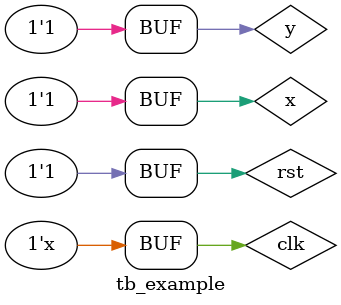
<source format=v>
module tb_example();
    
    
    // example Inputs
    reg   clk = 0 ;
    reg   rst = 0 ;
    reg   x   = 0 ;
    reg   y   = 0 ;
    
    // example Outputs
    wire  z                                    ;
    wire  o                                    ;
    
    
    example  u_example (
    .clk                     (clk),
    .rst                     (rst),
    .x                       (x),
    .y                       (y),
    
    .z                       (z),
    .o                       (o)
    );
    
    initial
    begin
        rst         = 1;
        #10 rst     = 0;
        #200 {x, y} = 2'b01;
        #230 {x, y} = 2'b10;
        #200 {x, y} = 2'b11;
        #200 rst    = 1;
    end
    
    always begin
        #10 clk = ~clk;
    end
    
endmodule

</source>
